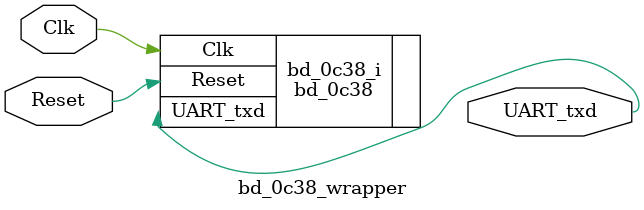
<source format=v>
`timescale 1 ps / 1 ps

module bd_0c38_wrapper
   (Clk,
    Reset,
    UART_txd);
  input Clk;
  input Reset;
  output UART_txd;

  wire Clk;
  wire Reset;
  wire UART_txd;

  bd_0c38 bd_0c38_i
       (.Clk(Clk),
        .Reset(Reset),
        .UART_txd(UART_txd));
endmodule

</source>
